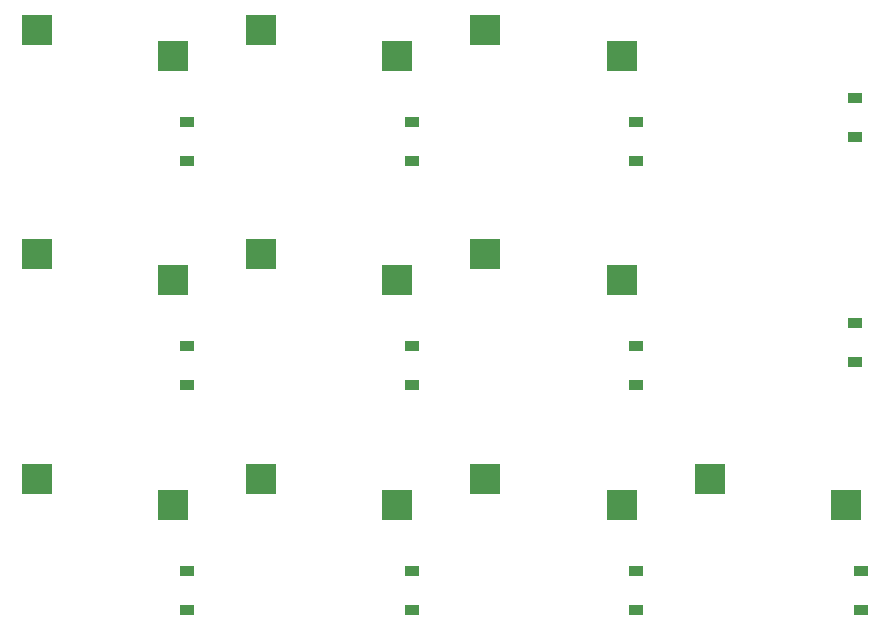
<source format=gbr>
%TF.GenerationSoftware,KiCad,Pcbnew,8.0.4*%
%TF.CreationDate,2024-09-01T19:46:58+02:00*%
%TF.ProjectId,bombopad,626f6d62-6f70-4616-942e-6b696361645f,v1.0.0*%
%TF.SameCoordinates,Original*%
%TF.FileFunction,Paste,Bot*%
%TF.FilePolarity,Positive*%
%FSLAX46Y46*%
G04 Gerber Fmt 4.6, Leading zero omitted, Abs format (unit mm)*
G04 Created by KiCad (PCBNEW 8.0.4) date 2024-09-01 19:46:58*
%MOMM*%
%LPD*%
G01*
G04 APERTURE LIST*
%ADD10R,1.200000X0.900000*%
%ADD11R,2.600000X2.600000*%
G04 APERTURE END LIST*
D10*
%TO.C,D5*%
X59628000Y-74592000D03*
X59628000Y-71292000D03*
%TD*%
%TO.C,D4*%
X59628000Y-93592000D03*
X59628000Y-90292000D03*
%TD*%
D11*
%TO.C,S5*%
X46853000Y-63492000D03*
X58403000Y-65692000D03*
%TD*%
D10*
%TO.C,D8*%
X78628000Y-74592000D03*
X78628000Y-71292000D03*
%TD*%
D11*
%TO.C,S4*%
X46853000Y-82492000D03*
X58403000Y-84692000D03*
%TD*%
D10*
%TO.C,D10*%
X97628000Y-93592000D03*
X97628000Y-90292000D03*
%TD*%
%TO.C,D6*%
X59628000Y-55592000D03*
X59628000Y-52292000D03*
%TD*%
D11*
%TO.C,S6*%
X46853000Y-44492000D03*
X58403000Y-46692000D03*
%TD*%
D10*
%TO.C,D7*%
X78628000Y-93592000D03*
X78628000Y-90292000D03*
%TD*%
D11*
%TO.C,S3*%
X27853000Y-44492000D03*
X39403000Y-46692000D03*
%TD*%
D10*
%TO.C,D9*%
X78628000Y-55592000D03*
X78628000Y-52292000D03*
%TD*%
D11*
%TO.C,S2*%
X27853000Y-63492000D03*
X39403000Y-65692000D03*
%TD*%
%TO.C,S7*%
X65853000Y-82492000D03*
X77403000Y-84692000D03*
%TD*%
D10*
%TO.C,D1*%
X40628000Y-93592000D03*
X40628000Y-90292000D03*
%TD*%
%TO.C,D11*%
X97155000Y-72592000D03*
X97155000Y-69292000D03*
%TD*%
D11*
%TO.C,S9*%
X65853000Y-44492000D03*
X77403000Y-46692000D03*
%TD*%
%TO.C,S10*%
X84853000Y-82492000D03*
X96403000Y-84692000D03*
%TD*%
%TO.C,S8*%
X65853000Y-63492000D03*
X77403000Y-65692000D03*
%TD*%
%TO.C,S1*%
X27853000Y-82492000D03*
X39403000Y-84692000D03*
%TD*%
D10*
%TO.C,D3*%
X40628000Y-55592000D03*
X40628000Y-52292000D03*
%TD*%
%TO.C,D12*%
X97155000Y-53592000D03*
X97155000Y-50292000D03*
%TD*%
%TO.C,D2*%
X40628000Y-74592000D03*
X40628000Y-71292000D03*
%TD*%
M02*

</source>
